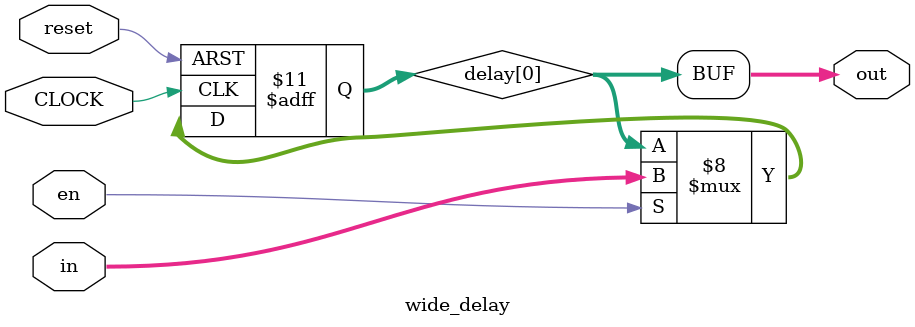
<source format=v>
`timescale 1 ps / 1 ps
module systolic_array_top (
		input  wire reset_sink_reset,
		input  wire clock_sink,

		input  wire [7:0] csr_address,
		input  wire csr_write,
		input  wire [31:0] csr_writedata,
		output wire [31:0] csr_readdata,
		input  wire csr_read,

		output wire [255:0] data_out_data,
		input  wire data_out_ready,
		output reg data_out_valid,

		input  wire [255:0] st_rows_data,
		output wire st_rows_ready,
		input  wire st_rows_valid,

		input  wire [255:0] st_cols_data,
		output wire st_cols_ready,
		input  wire st_cols_valid,

		input  wire [31:0] st_instr_data,
		output wire st_instr_ready,
		input wire st_instr_valid
	);

/*module systolic_array_top (
		input wire reset_sink_reset,
		input wire clock_sink,

		input wire [7:0] csr_address,
		input wire  csr_write,
		input wire [31:0] csr_writedata,
		output wire [31:0] csr_readdata,
		input wire csr_read,

		input wire [255:0] data_in_data,
		output reg data_in_ready,
		input wire data_in_valid,

		output wire [255:0] data_out_data,
		input wire data_out_ready,
		output reg data_out_valid
	);*/
	// CLOCK and RESET settings
	wire CLOCK;
	wire reset;
	assign CLOCK = clock_sink;
	assign reset = reset_sink_reset;

	//Valid states
	localparam STATE_WAITING = 0;
	localparam STATE_READING = 1;
	localparam STATE_COMPUTE = 2;
	localparam STATE_WRITING = 3;
	reg [3:0] state;

	localparam N_CYCLES_FOR_COMPUTE = 32;

	// Instruction register
	reg [31:0] instr_n_cols;
	reg [31:0] instr_n_rows;

	// Additional control signals
	reg [31:0] cycle_count;
	reg mult_over;
	reg data_in_ready;
	wire data_in_valid;

	// Fusing streaming interfaces
	assign data_in_valid = st_cols_valid && st_rows_valid;
	assign st_cols_ready = data_in_ready && (cycle_count < instr_n_cols);
	assign st_rows_ready = data_in_ready && (cycle_count < instr_n_rows);

	wire [255:0] in_col;
	wire [255:0] in_row;
	systolic_32x32_buffered compute(
		.CLOCK(CLOCK),
		.reset(reset || (state == STATE_WAITING)),
		.input_valid(data_in_valid && data_in_ready),
		.backpressure(!data_out_ready),

		.in_col(in_col),
		.in_row(in_row),
		.out_data(data_out_data)
	);

	assign st_instr_ready = (state == STATE_WAITING);
	assign in_col = (state == STATE_READING && cycle_count < instr_n_cols)? st_cols_data : 0;
	assign in_row = (state == STATE_READING && cycle_count < instr_n_rows)? st_rows_data : 0;
	always @ (posedge CLOCK, posedge reset) begin
		if (reset) begin
			instr_n_cols <= 0;
			instr_n_rows <= 0;
			mult_over <= 0;
			data_out_valid <= 0;
			data_in_ready <= 0;
			cycle_count <= 0;
		end
		else begin
			if (state == STATE_WAITING) begin
				if (st_instr_valid) begin
					state <= STATE_READING;

					instr_n_cols <= {27'b0 , st_instr_data[5:0]};
					instr_n_rows <= {27'b0 , st_instr_data[11:5]};

					mult_over <= 0;
					data_out_valid <= 0;
					data_in_ready <= 1;
					cycle_count <= 0;
				end
			end else if (state == STATE_READING) begin
				if (data_in_valid) begin
					cycle_count <= cycle_count + 1;
					if (cycle_count == (instr_n_cols < instr_n_rows? instr_n_cols : instr_n_rows) - 1) begin
						state <= STATE_COMPUTE;
						mult_over <= 0;
						data_in_ready <= 0;
						data_in_ready <= 0;
						cycle_count <= 0;
					end
				end
			end else if (state == STATE_COMPUTE) begin
				cycle_count <= cycle_count + 1;
				if (cycle_count == N_CYCLES_FOR_COMPUTE - 1) begin
					state <= STATE_WRITING;
					mult_over <= 1;
					data_out_valid <= 1;
					data_in_ready <= 0;
					cycle_count <= 0;
				end
			end else if (state == STATE_WRITING) begin
				if (data_out_ready) begin
					cycle_count <= cycle_count + 1;
					if (cycle_count == instr_n_cols - 1) begin
						state <= STATE_WAITING;
						mult_over <= 1;
						data_out_valid <= 0;
						data_in_ready <= 0;
						cycle_count <= 0;
					end
				end
			end
		end
	end	
	assign csr_readdata = 0;

endmodule

module systolic_16x16_buffered(
	input CLOCK,
	input reset,
	input input_valid,
	input backpressure,
	
	input mult_over,
	input [127:0] in_col,
	input [127:0] in_row,
	output [127:0] out_data
);
	wire [127:0] delay_row;
	wire [127:0] delay_col;
	
	assign delay_col[7:0] = in_col[7:0];
	assign delay_row[7:0] = in_row[7:0];
	genvar i;
	generate
		for (i = 1; i < 16; i = i + 1) begin: delay_data
			wide_delay #(i) d_col(
				.CLOCK(CLOCK),
				.en(input_valid && !backpressure),
				.reset(reset),
				.in(in_col[(i+1)*8-1:i*8]),
				.out(delay_col[(i+1)*8-1:i*8])
			);
			wide_delay #(i) d_row(
				.CLOCK(CLOCK),
				.en(input_valid && !backpressure),
				.reset(reset),
				.in(in_row[(i+1)*8-1:i*8]),
				.out(delay_row[(i+1)*8-1:i*8])
			);
		end
	endgenerate
	
	systolic_16x16 sys_mod0(
		.CLOCK(CLOCK),
		.input_valid(input_valid && !backpressure),
		.reset(reset),
		.mult_over(mult_over),
	
		.in_col(delay_col),
		.in_row(delay_row),
		.in_data(0),
		
		.out_data(out_data)
	);
endmodule

module systolic_32x32_buffered(
	input CLOCK,
	input reset,
	input input_valid,
	input backpressure,
	
	input mult_over,
	input [255:0] in_col,
	input [255:0] in_row,
	output [255:0] out_data
);
	wire [255:0] delay_row;
	wire [255:0] delay_col;
	
	assign delay_col[7:0] = in_col[7:0];
	assign delay_row[7:0] = in_row[7:0];
	genvar i;
	generate
		for (i = 1; i < 32; i = i + 1) begin: delay_data
			wide_delay #(i) d_col(
				.CLOCK(CLOCK),
				.en(input_valid && !backpressure),
				.reset(reset),
				.in(in_col[(i+1)*8-1:i*8]),
				.out(delay_col[(i+1)*8-1:i*8])
			);
			wide_delay #(i) d_row(
				.CLOCK(CLOCK),
				.en(input_valid && !backpressure),
				.reset(reset),
				.in(in_row[(i+1)*8-1:i*8]),
				.out(delay_row[(i+1)*8-1:i*8])
			);
		end
	endgenerate
	
	systolic_32x32 sys_mod0(
		.CLOCK(CLOCK),
		.input_valid(input_valid && !backpressure),
		.reset(reset),
		.mult_over(mult_over),
	
		.in_col(delay_col),
		.in_row(delay_row),
		.in_data(0),
		
		.out_data(out_data)
	);
endmodule

module wide_delay
#(
	parameter DEPTH = 1,
	parameter DATA_WIDTH = 8
)
(
	input CLOCK,
	input en,
	input reset,

	input [DATA_WIDTH-1:0] in,
	output [DATA_WIDTH-1:0] out
);
	
	reg [DATA_WIDTH-1:0] delay [DEPTH-1:0];
	assign out = delay[DEPTH-1];
	
	integer idx;
	generate
	always @ (posedge CLOCK, posedge reset) begin
		if (reset) begin
			for (idx = 0; idx < DEPTH; idx = idx + 1) begin
				delay[idx] <= 0;
			end
		end
		else if (en) begin
			delay[0] <= in;
			for (idx = 1; idx < DEPTH; idx = idx + 1) begin : delay_line
				delay[idx] <= delay[idx-1];
			end
		end
	end
	endgenerate

endmodule

</source>
